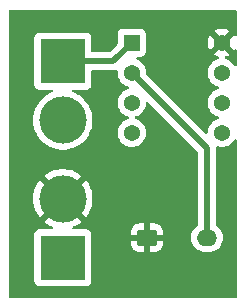
<source format=gbr>
%TF.GenerationSoftware,KiCad,Pcbnew,(6.0.6)*%
%TF.CreationDate,2022-07-17T10:27:07+05:30*%
%TF.ProjectId,transimpedanceAmplifier,7472616e-7369-46d7-9065-64616e636541,rev?*%
%TF.SameCoordinates,Original*%
%TF.FileFunction,Copper,L2,Bot*%
%TF.FilePolarity,Positive*%
%FSLAX46Y46*%
G04 Gerber Fmt 4.6, Leading zero omitted, Abs format (unit mm)*
G04 Created by KiCad (PCBNEW (6.0.6)) date 2022-07-17 10:27:07*
%MOMM*%
%LPD*%
G01*
G04 APERTURE LIST*
G04 Aperture macros list*
%AMRoundRect*
0 Rectangle with rounded corners*
0 $1 Rounding radius*
0 $2 $3 $4 $5 $6 $7 $8 $9 X,Y pos of 4 corners*
0 Add a 4 corners polygon primitive as box body*
4,1,4,$2,$3,$4,$5,$6,$7,$8,$9,$2,$3,0*
0 Add four circle primitives for the rounded corners*
1,1,$1+$1,$2,$3*
1,1,$1+$1,$4,$5*
1,1,$1+$1,$6,$7*
1,1,$1+$1,$8,$9*
0 Add four rect primitives between the rounded corners*
20,1,$1+$1,$2,$3,$4,$5,0*
20,1,$1+$1,$4,$5,$6,$7,0*
20,1,$1+$1,$6,$7,$8,$9,0*
20,1,$1+$1,$8,$9,$2,$3,0*%
G04 Aperture macros list end*
%TA.AperFunction,ComponentPad*%
%ADD10R,1.371600X1.371600*%
%TD*%
%TA.AperFunction,ComponentPad*%
%ADD11C,1.371600*%
%TD*%
%TA.AperFunction,ComponentPad*%
%ADD12R,3.800000X3.800000*%
%TD*%
%TA.AperFunction,ComponentPad*%
%ADD13C,4.000000*%
%TD*%
%TA.AperFunction,ComponentPad*%
%ADD14RoundRect,0.249200X-0.600800X-0.450800X0.600800X-0.450800X0.600800X0.450800X-0.600800X0.450800X0*%
%TD*%
%TA.AperFunction,ComponentPad*%
%ADD15O,1.700000X1.400000*%
%TD*%
%TA.AperFunction,ViaPad*%
%ADD16C,0.800000*%
%TD*%
%TA.AperFunction,Conductor*%
%ADD17C,0.500000*%
%TD*%
G04 APERTURE END LIST*
D10*
%TO.P,U1,1,1OUT*%
%TO.N,OUT*%
X192532000Y-86360000D03*
D11*
%TO.P,U1,2,1IN-*%
%TO.N,IN-*%
X192532000Y-88900000D03*
%TO.P,U1,3,1IN+*%
%TO.N,GND*%
X192532000Y-91440000D03*
%TO.P,U1,4,VCC-*%
X192532000Y-93980000D03*
%TO.P,U1,5,2IN+*%
%TO.N,unconnected-(U1-Pad5)*%
X200152000Y-93980000D03*
%TO.P,U1,6,2IN-*%
%TO.N,unconnected-(U1-Pad6)*%
X200152000Y-91440000D03*
%TO.P,U1,7,2OUT*%
%TO.N,unconnected-(U1-Pad7)*%
X200152000Y-88900000D03*
%TO.P,U1,8,VCC+*%
%TO.N,VCC*%
X200152000Y-86360000D03*
%TD*%
D12*
%TO.P,J2,1,Pin_1*%
%TO.N,OUT*%
X186690000Y-87924000D03*
D13*
%TO.P,J2,2,Pin_2*%
%TO.N,GND*%
X186690000Y-92924000D03*
%TD*%
D14*
%TO.P,D1,1,K*%
%TO.N,VCC*%
X193802000Y-102870000D03*
D15*
%TO.P,D1,2,A*%
%TO.N,IN-*%
X198882000Y-102870000D03*
%TD*%
D12*
%TO.P,J1,1,Pin_1*%
%TO.N,GND*%
X186690000Y-104568000D03*
D13*
%TO.P,J1,2,Pin_2*%
%TO.N,VCC*%
X186690000Y-99568000D03*
%TD*%
D16*
%TO.N,VCC*%
X191262000Y-97028000D03*
%TD*%
D17*
%TO.N,IN-*%
X192532000Y-88900000D02*
X198882000Y-95250000D01*
X198882000Y-95250000D02*
X198882000Y-102870000D01*
%TO.N,OUT*%
X190968000Y-87924000D02*
X192532000Y-86360000D01*
X186690000Y-87924000D02*
X190968000Y-87924000D01*
%TD*%
%TA.AperFunction,Conductor*%
%TO.N,VCC*%
G36*
X201363621Y-83586502D02*
G01*
X201410114Y-83640158D01*
X201421500Y-83692500D01*
X201421500Y-85694573D01*
X201401498Y-85762694D01*
X201347842Y-85809187D01*
X201277568Y-85819291D01*
X201212988Y-85789797D01*
X201182495Y-85750302D01*
X201176801Y-85738757D01*
X201170786Y-85728941D01*
X201169434Y-85727130D01*
X201158176Y-85718681D01*
X201145757Y-85725453D01*
X200524022Y-86347188D01*
X200516408Y-86361132D01*
X200516539Y-86362965D01*
X200520790Y-86369580D01*
X201145274Y-86994064D01*
X201157654Y-87000824D01*
X201164235Y-86995898D01*
X201185566Y-86957808D01*
X201236303Y-86908146D01*
X201305834Y-86893799D01*
X201372085Y-86919320D01*
X201414020Y-86976608D01*
X201421500Y-87019374D01*
X201421500Y-88233445D01*
X201401498Y-88301566D01*
X201347842Y-88348059D01*
X201277568Y-88358163D01*
X201212988Y-88328669D01*
X201182495Y-88289175D01*
X201174670Y-88273307D01*
X201043340Y-88097434D01*
X200882158Y-87948439D01*
X200696523Y-87831313D01*
X200492653Y-87749976D01*
X200486994Y-87748850D01*
X200486922Y-87748829D01*
X200427287Y-87710304D01*
X200397947Y-87645654D01*
X200408218Y-87575404D01*
X200454838Y-87521859D01*
X200482205Y-87508705D01*
X200634174Y-87457118D01*
X200644681Y-87452440D01*
X200783069Y-87374938D01*
X200792934Y-87364860D01*
X200789978Y-87357188D01*
X200164812Y-86732022D01*
X200150868Y-86724408D01*
X200149035Y-86724539D01*
X200142420Y-86728790D01*
X199519400Y-87351810D01*
X199513204Y-87363156D01*
X199523086Y-87375645D01*
X199575124Y-87410416D01*
X199585234Y-87415906D01*
X199776208Y-87497955D01*
X199787153Y-87501511D01*
X199809131Y-87506484D01*
X199871158Y-87541027D01*
X199904663Y-87603620D01*
X199899009Y-87674391D01*
X199855990Y-87730870D01*
X199824935Y-87747589D01*
X199690108Y-87797330D01*
X199635638Y-87817425D01*
X199630677Y-87820377D01*
X199630676Y-87820377D01*
X199451969Y-87926696D01*
X199451966Y-87926698D01*
X199447001Y-87929652D01*
X199281974Y-88074377D01*
X199146085Y-88246751D01*
X199143394Y-88251867D01*
X199143392Y-88251869D01*
X199132113Y-88273307D01*
X199043884Y-88441003D01*
X198978794Y-88650627D01*
X198952995Y-88868603D01*
X198967351Y-89087630D01*
X199021381Y-89300373D01*
X199113275Y-89499708D01*
X199116606Y-89504421D01*
X199116607Y-89504423D01*
X199169566Y-89579357D01*
X199239957Y-89678958D01*
X199397183Y-89832121D01*
X199401979Y-89835326D01*
X199401982Y-89835328D01*
X199475991Y-89884779D01*
X199579688Y-89954067D01*
X199584991Y-89956345D01*
X199584994Y-89956347D01*
X199676640Y-89995721D01*
X199781360Y-90040712D01*
X199808274Y-90046802D01*
X199870300Y-90081346D01*
X199903804Y-90143940D01*
X199898148Y-90214711D01*
X199855129Y-90271190D01*
X199824078Y-90287906D01*
X199635638Y-90357425D01*
X199630677Y-90360377D01*
X199630676Y-90360377D01*
X199451969Y-90466696D01*
X199451966Y-90466698D01*
X199447001Y-90469652D01*
X199281974Y-90614377D01*
X199146085Y-90786751D01*
X199143394Y-90791867D01*
X199143392Y-90791869D01*
X199132113Y-90813307D01*
X199043884Y-90981003D01*
X198978794Y-91190627D01*
X198952995Y-91408603D01*
X198967351Y-91627630D01*
X199021381Y-91840373D01*
X199113275Y-92039708D01*
X199116606Y-92044421D01*
X199116607Y-92044423D01*
X199169566Y-92119357D01*
X199239957Y-92218958D01*
X199397183Y-92372121D01*
X199401979Y-92375326D01*
X199401982Y-92375328D01*
X199475991Y-92424779D01*
X199579688Y-92494067D01*
X199584991Y-92496345D01*
X199584994Y-92496347D01*
X199676640Y-92535721D01*
X199781360Y-92580712D01*
X199808274Y-92586802D01*
X199870300Y-92621346D01*
X199903804Y-92683940D01*
X199898148Y-92754711D01*
X199855129Y-92811190D01*
X199824078Y-92827906D01*
X199635638Y-92897425D01*
X199630677Y-92900377D01*
X199630676Y-92900377D01*
X199451969Y-93006696D01*
X199451966Y-93006698D01*
X199447001Y-93009652D01*
X199281974Y-93154377D01*
X199146085Y-93326751D01*
X199143394Y-93331867D01*
X199143392Y-93331869D01*
X199132113Y-93353307D01*
X199043884Y-93521003D01*
X198978794Y-93730627D01*
X198952995Y-93948603D01*
X198953055Y-93949513D01*
X198931760Y-94015584D01*
X198876905Y-94060656D01*
X198806391Y-94068916D01*
X198738487Y-94033806D01*
X193766101Y-89061420D01*
X193732075Y-88999108D01*
X193729740Y-88962996D01*
X193729772Y-88962773D01*
X193731416Y-88900000D01*
X193711332Y-88681424D01*
X193701090Y-88645110D01*
X193653319Y-88475727D01*
X193653318Y-88475725D01*
X193651751Y-88470168D01*
X193637369Y-88441003D01*
X193557225Y-88278488D01*
X193554670Y-88273307D01*
X193423340Y-88097434D01*
X193262158Y-87948439D01*
X193076523Y-87831313D01*
X192991345Y-87797330D01*
X192935486Y-87753509D01*
X192912186Y-87686445D01*
X192928842Y-87617429D01*
X192980167Y-87568375D01*
X193038036Y-87554300D01*
X193265934Y-87554300D01*
X193328116Y-87547545D01*
X193464505Y-87496415D01*
X193581061Y-87409061D01*
X193668415Y-87292505D01*
X193719545Y-87156116D01*
X193726300Y-87093934D01*
X193726300Y-86334382D01*
X198953875Y-86334382D01*
X198967469Y-86541783D01*
X198969270Y-86553153D01*
X199020432Y-86754606D01*
X199024273Y-86765453D01*
X199111293Y-86954215D01*
X199117042Y-86964172D01*
X199136225Y-86991315D01*
X199146814Y-86999703D01*
X199160115Y-86992675D01*
X199779978Y-86372812D01*
X199787592Y-86358868D01*
X199787461Y-86357035D01*
X199783210Y-86350420D01*
X199157011Y-85724221D01*
X199144631Y-85717461D01*
X199138665Y-85721927D01*
X199047037Y-85896085D01*
X199042636Y-85906709D01*
X198980998Y-86105215D01*
X198978606Y-86116469D01*
X198954176Y-86322881D01*
X198953875Y-86334382D01*
X193726300Y-86334382D01*
X193726300Y-85626066D01*
X193719545Y-85563884D01*
X193668415Y-85427495D01*
X193614889Y-85356075D01*
X199512187Y-85356075D01*
X199515673Y-85364463D01*
X200139188Y-85987978D01*
X200153132Y-85995592D01*
X200154965Y-85995461D01*
X200161580Y-85991210D01*
X200784489Y-85368301D01*
X200791249Y-85355921D01*
X200785219Y-85347866D01*
X200701180Y-85294841D01*
X200690932Y-85289620D01*
X200497879Y-85212600D01*
X200486843Y-85209331D01*
X200282987Y-85168781D01*
X200271542Y-85167578D01*
X200063716Y-85164858D01*
X200052236Y-85165761D01*
X199847395Y-85200959D01*
X199836275Y-85203939D01*
X199641270Y-85275880D01*
X199630892Y-85280830D01*
X199521785Y-85345742D01*
X199512187Y-85356075D01*
X193614889Y-85356075D01*
X193581061Y-85310939D01*
X193464505Y-85223585D01*
X193328116Y-85172455D01*
X193265934Y-85165700D01*
X191798066Y-85165700D01*
X191735884Y-85172455D01*
X191599495Y-85223585D01*
X191482939Y-85310939D01*
X191395585Y-85427495D01*
X191344455Y-85563884D01*
X191337700Y-85626066D01*
X191337700Y-86429429D01*
X191317698Y-86497550D01*
X191300795Y-86518524D01*
X190690724Y-87128595D01*
X190628412Y-87162621D01*
X190601629Y-87165500D01*
X189224500Y-87165500D01*
X189156379Y-87145498D01*
X189109886Y-87091842D01*
X189098500Y-87039500D01*
X189098500Y-85975866D01*
X189091745Y-85913684D01*
X189040615Y-85777295D01*
X188953261Y-85660739D01*
X188836705Y-85573385D01*
X188700316Y-85522255D01*
X188638134Y-85515500D01*
X184741866Y-85515500D01*
X184679684Y-85522255D01*
X184543295Y-85573385D01*
X184426739Y-85660739D01*
X184339385Y-85777295D01*
X184288255Y-85913684D01*
X184281500Y-85975866D01*
X184281500Y-89872134D01*
X184288255Y-89934316D01*
X184339385Y-90070705D01*
X184426739Y-90187261D01*
X184543295Y-90274615D01*
X184679684Y-90325745D01*
X184741866Y-90332500D01*
X185760594Y-90332500D01*
X185828715Y-90352502D01*
X185875208Y-90406158D01*
X185885312Y-90476432D01*
X185855818Y-90541012D01*
X185806978Y-90575652D01*
X185623495Y-90648298D01*
X185623490Y-90648300D01*
X185619821Y-90649753D01*
X185616353Y-90651659D01*
X185616352Y-90651660D01*
X185378879Y-90782213D01*
X185343221Y-90801816D01*
X185087860Y-90987346D01*
X184857767Y-91203418D01*
X184656568Y-91446625D01*
X184487438Y-91713131D01*
X184485754Y-91716710D01*
X184485750Y-91716717D01*
X184354733Y-91995144D01*
X184353044Y-91998734D01*
X184255505Y-92298928D01*
X184196359Y-92608980D01*
X184176540Y-92924000D01*
X184196359Y-93239020D01*
X184255505Y-93549072D01*
X184353044Y-93849266D01*
X184354731Y-93852852D01*
X184354733Y-93852856D01*
X184485750Y-94131283D01*
X184485754Y-94131290D01*
X184487438Y-94134869D01*
X184656568Y-94401375D01*
X184857767Y-94644582D01*
X185087860Y-94860654D01*
X185343221Y-95046184D01*
X185346690Y-95048091D01*
X185346693Y-95048093D01*
X185616352Y-95196340D01*
X185619821Y-95198247D01*
X185623490Y-95199700D01*
X185623495Y-95199702D01*
X185909628Y-95312990D01*
X185913298Y-95314443D01*
X186219025Y-95392940D01*
X186532179Y-95432500D01*
X186847821Y-95432500D01*
X187160975Y-95392940D01*
X187466702Y-95314443D01*
X187470372Y-95312990D01*
X187756505Y-95199702D01*
X187756510Y-95199700D01*
X187760179Y-95198247D01*
X187763648Y-95196340D01*
X188033307Y-95048093D01*
X188033310Y-95048091D01*
X188036779Y-95046184D01*
X188292140Y-94860654D01*
X188522233Y-94644582D01*
X188723432Y-94401375D01*
X188892562Y-94134869D01*
X188894246Y-94131290D01*
X188894250Y-94131283D01*
X189025267Y-93852856D01*
X189025269Y-93852852D01*
X189026956Y-93849266D01*
X189124495Y-93549072D01*
X189183641Y-93239020D01*
X189203460Y-92924000D01*
X189183641Y-92608980D01*
X189124495Y-92298928D01*
X189026956Y-91998734D01*
X189025267Y-91995144D01*
X188894250Y-91716717D01*
X188894246Y-91716710D01*
X188892562Y-91713131D01*
X188723432Y-91446625D01*
X188522233Y-91203418D01*
X188292140Y-90987346D01*
X188036779Y-90801816D01*
X188001122Y-90782213D01*
X187763648Y-90651660D01*
X187763647Y-90651659D01*
X187760179Y-90649753D01*
X187756510Y-90648300D01*
X187756505Y-90648298D01*
X187573022Y-90575652D01*
X187517048Y-90531977D01*
X187493572Y-90464974D01*
X187510048Y-90395916D01*
X187561244Y-90346727D01*
X187619406Y-90332500D01*
X188638134Y-90332500D01*
X188700316Y-90325745D01*
X188836705Y-90274615D01*
X188953261Y-90187261D01*
X189040615Y-90070705D01*
X189091745Y-89934316D01*
X189098500Y-89872134D01*
X189098500Y-88808500D01*
X189118502Y-88740379D01*
X189172158Y-88693886D01*
X189224500Y-88682500D01*
X190900930Y-88682500D01*
X190919880Y-88683933D01*
X190934115Y-88686099D01*
X190934119Y-88686099D01*
X190941349Y-88687199D01*
X190948641Y-88686606D01*
X190948644Y-88686606D01*
X190994018Y-88682915D01*
X191004233Y-88682500D01*
X191012293Y-88682500D01*
X191025583Y-88680951D01*
X191040507Y-88679211D01*
X191044882Y-88678778D01*
X191110339Y-88673454D01*
X191110342Y-88673453D01*
X191117637Y-88672860D01*
X191124601Y-88670604D01*
X191130560Y-88669413D01*
X191136416Y-88668029D01*
X191143681Y-88667182D01*
X191150552Y-88664688D01*
X191150560Y-88664686D01*
X191174260Y-88656083D01*
X191245117Y-88651642D01*
X191307127Y-88686215D01*
X191340602Y-88748825D01*
X191342377Y-88789331D01*
X191333674Y-88862866D01*
X191332995Y-88868603D01*
X191347351Y-89087630D01*
X191401381Y-89300373D01*
X191493275Y-89499708D01*
X191496606Y-89504421D01*
X191496607Y-89504423D01*
X191549566Y-89579357D01*
X191619957Y-89678958D01*
X191777183Y-89832121D01*
X191781979Y-89835326D01*
X191781982Y-89835328D01*
X191855991Y-89884779D01*
X191959688Y-89954067D01*
X191964991Y-89956345D01*
X191964994Y-89956347D01*
X192056640Y-89995721D01*
X192161360Y-90040712D01*
X192188274Y-90046802D01*
X192250300Y-90081346D01*
X192283804Y-90143940D01*
X192278148Y-90214711D01*
X192235129Y-90271190D01*
X192204078Y-90287906D01*
X192015638Y-90357425D01*
X192010677Y-90360377D01*
X192010676Y-90360377D01*
X191831969Y-90466696D01*
X191831966Y-90466698D01*
X191827001Y-90469652D01*
X191661974Y-90614377D01*
X191526085Y-90786751D01*
X191523394Y-90791867D01*
X191523392Y-90791869D01*
X191512113Y-90813307D01*
X191423884Y-90981003D01*
X191358794Y-91190627D01*
X191332995Y-91408603D01*
X191347351Y-91627630D01*
X191401381Y-91840373D01*
X191493275Y-92039708D01*
X191496606Y-92044421D01*
X191496607Y-92044423D01*
X191549566Y-92119357D01*
X191619957Y-92218958D01*
X191777183Y-92372121D01*
X191781979Y-92375326D01*
X191781982Y-92375328D01*
X191855991Y-92424779D01*
X191959688Y-92494067D01*
X191964991Y-92496345D01*
X191964994Y-92496347D01*
X192056640Y-92535721D01*
X192161360Y-92580712D01*
X192188274Y-92586802D01*
X192250300Y-92621346D01*
X192283804Y-92683940D01*
X192278148Y-92754711D01*
X192235129Y-92811190D01*
X192204078Y-92827906D01*
X192015638Y-92897425D01*
X192010677Y-92900377D01*
X192010676Y-92900377D01*
X191831969Y-93006696D01*
X191831966Y-93006698D01*
X191827001Y-93009652D01*
X191661974Y-93154377D01*
X191526085Y-93326751D01*
X191523394Y-93331867D01*
X191523392Y-93331869D01*
X191512113Y-93353307D01*
X191423884Y-93521003D01*
X191358794Y-93730627D01*
X191332995Y-93948603D01*
X191347351Y-94167630D01*
X191401381Y-94380373D01*
X191493275Y-94579708D01*
X191496606Y-94584421D01*
X191496607Y-94584423D01*
X191549566Y-94659357D01*
X191619957Y-94758958D01*
X191777183Y-94912121D01*
X191781979Y-94915326D01*
X191781982Y-94915328D01*
X191855991Y-94964779D01*
X191959688Y-95034067D01*
X191964991Y-95036345D01*
X191964994Y-95036347D01*
X192053377Y-95074319D01*
X192161360Y-95120712D01*
X192375445Y-95169155D01*
X192381216Y-95169382D01*
X192381218Y-95169382D01*
X192454634Y-95172266D01*
X192594773Y-95177772D01*
X192686442Y-95164481D01*
X192806284Y-95147105D01*
X192806289Y-95147104D01*
X192811998Y-95146276D01*
X192817462Y-95144421D01*
X192817467Y-95144420D01*
X193014378Y-95077577D01*
X193019846Y-95075721D01*
X193211357Y-94968470D01*
X193380115Y-94828115D01*
X193520470Y-94659357D01*
X193627721Y-94467846D01*
X193659315Y-94374773D01*
X193696420Y-94265467D01*
X193696421Y-94265462D01*
X193698276Y-94259998D01*
X193699104Y-94254289D01*
X193699105Y-94254284D01*
X193729239Y-94046447D01*
X193729772Y-94042773D01*
X193731416Y-93980000D01*
X193711332Y-93761424D01*
X193651751Y-93550168D01*
X193637369Y-93521003D01*
X193557225Y-93358488D01*
X193554670Y-93353307D01*
X193423340Y-93177434D01*
X193262158Y-93028439D01*
X193076523Y-92911313D01*
X192872653Y-92829976D01*
X192867586Y-92828968D01*
X192808118Y-92790551D01*
X192778777Y-92725901D01*
X192789048Y-92655651D01*
X192835667Y-92602105D01*
X192863036Y-92588951D01*
X193014378Y-92537577D01*
X193019846Y-92535721D01*
X193211357Y-92428470D01*
X193380115Y-92288115D01*
X193520470Y-92119357D01*
X193627721Y-91927846D01*
X193698276Y-91719998D01*
X193699104Y-91714289D01*
X193699105Y-91714284D01*
X193729239Y-91506447D01*
X193729772Y-91502773D01*
X193730575Y-91472104D01*
X193752353Y-91404531D01*
X193807208Y-91359459D01*
X193877722Y-91351198D01*
X193945627Y-91386308D01*
X198086595Y-95527276D01*
X198120621Y-95589588D01*
X198123500Y-95616371D01*
X198123500Y-101754388D01*
X198103498Y-101822509D01*
X198071026Y-101856711D01*
X197939149Y-101951474D01*
X197789023Y-102106392D01*
X197668703Y-102285447D01*
X197666444Y-102290593D01*
X197666443Y-102290595D01*
X197633502Y-102365638D01*
X197581992Y-102482980D01*
X197531632Y-102692745D01*
X197519214Y-102908113D01*
X197545130Y-103122277D01*
X197546777Y-103127631D01*
X197546778Y-103127635D01*
X197547464Y-103129865D01*
X197608563Y-103328466D01*
X197611134Y-103333447D01*
X197681532Y-103469841D01*
X197707505Y-103520164D01*
X197710920Y-103524614D01*
X197835415Y-103686860D01*
X197835419Y-103686864D01*
X197838831Y-103691311D01*
X197842980Y-103695086D01*
X197994242Y-103832724D01*
X197994245Y-103832726D01*
X197998389Y-103836497D01*
X198003141Y-103839478D01*
X198176379Y-103948151D01*
X198176383Y-103948153D01*
X198181135Y-103951134D01*
X198381293Y-104031597D01*
X198592537Y-104075344D01*
X198597148Y-104075610D01*
X198597149Y-104075610D01*
X198645452Y-104078395D01*
X198645456Y-104078395D01*
X198647275Y-104078500D01*
X199086735Y-104078500D01*
X199089522Y-104078251D01*
X199089528Y-104078251D01*
X199158053Y-104072135D01*
X199246872Y-104064208D01*
X199373740Y-104029501D01*
X199449536Y-104008766D01*
X199449540Y-104008765D01*
X199454952Y-104007284D01*
X199649663Y-103914411D01*
X199824851Y-103788526D01*
X199974977Y-103633608D01*
X200095297Y-103454553D01*
X200182008Y-103257020D01*
X200232368Y-103047255D01*
X200244786Y-102831887D01*
X200218870Y-102617723D01*
X200216964Y-102611525D01*
X200157085Y-102416891D01*
X200155437Y-102411534D01*
X200083131Y-102271443D01*
X200059066Y-102224817D01*
X200059065Y-102224816D01*
X200056495Y-102219836D01*
X199994849Y-102139498D01*
X199928585Y-102053140D01*
X199928581Y-102053136D01*
X199925169Y-102048689D01*
X199817797Y-101950988D01*
X199769758Y-101907276D01*
X199769755Y-101907274D01*
X199765611Y-101903503D01*
X199699542Y-101862058D01*
X199652466Y-101808916D01*
X199640500Y-101755322D01*
X199640500Y-95317069D01*
X199641933Y-95298118D01*
X199644099Y-95283883D01*
X199644099Y-95283881D01*
X199645199Y-95276651D01*
X199643630Y-95257364D01*
X199658043Y-95187847D01*
X199707752Y-95137157D01*
X199776975Y-95121388D01*
X199797020Y-95124256D01*
X199995445Y-95169155D01*
X200001216Y-95169382D01*
X200001218Y-95169382D01*
X200074634Y-95172266D01*
X200214773Y-95177772D01*
X200306442Y-95164481D01*
X200426284Y-95147105D01*
X200426289Y-95147104D01*
X200431998Y-95146276D01*
X200437462Y-95144421D01*
X200437467Y-95144420D01*
X200634378Y-95077577D01*
X200639846Y-95075721D01*
X200831357Y-94968470D01*
X201000115Y-94828115D01*
X201140470Y-94659357D01*
X201182435Y-94584423D01*
X201185565Y-94578834D01*
X201236302Y-94529172D01*
X201305834Y-94514825D01*
X201372085Y-94540346D01*
X201414020Y-94597634D01*
X201421500Y-94640400D01*
X201421500Y-107823500D01*
X201401498Y-107891621D01*
X201347842Y-107938114D01*
X201295500Y-107949500D01*
X182244500Y-107949500D01*
X182176379Y-107929498D01*
X182129886Y-107875842D01*
X182118500Y-107823500D01*
X182118500Y-106516134D01*
X184281500Y-106516134D01*
X184288255Y-106578316D01*
X184339385Y-106714705D01*
X184426739Y-106831261D01*
X184543295Y-106918615D01*
X184679684Y-106969745D01*
X184741866Y-106976500D01*
X188638134Y-106976500D01*
X188700316Y-106969745D01*
X188836705Y-106918615D01*
X188953261Y-106831261D01*
X189040615Y-106714705D01*
X189091745Y-106578316D01*
X189098500Y-106516134D01*
X189098500Y-103367846D01*
X192444000Y-103367846D01*
X192444337Y-103374362D01*
X192454244Y-103469841D01*
X192457137Y-103483238D01*
X192508517Y-103637243D01*
X192514691Y-103650422D01*
X192599893Y-103788107D01*
X192608929Y-103799508D01*
X192723528Y-103913907D01*
X192734939Y-103922919D01*
X192872785Y-104007888D01*
X192885963Y-104014032D01*
X193040077Y-104065150D01*
X193053443Y-104068016D01*
X193147690Y-104077672D01*
X193154105Y-104078000D01*
X193529885Y-104078000D01*
X193545124Y-104073525D01*
X193546329Y-104072135D01*
X193548000Y-104064452D01*
X193548000Y-104059885D01*
X194056000Y-104059885D01*
X194060475Y-104075124D01*
X194061865Y-104076329D01*
X194069548Y-104078000D01*
X194449846Y-104078000D01*
X194456362Y-104077663D01*
X194551841Y-104067756D01*
X194565238Y-104064863D01*
X194719243Y-104013483D01*
X194732422Y-104007309D01*
X194870107Y-103922107D01*
X194881508Y-103913071D01*
X194995907Y-103798472D01*
X195004919Y-103787061D01*
X195089888Y-103649215D01*
X195096032Y-103636037D01*
X195147150Y-103481923D01*
X195150016Y-103468557D01*
X195159672Y-103374310D01*
X195160000Y-103367895D01*
X195160000Y-103142115D01*
X195155525Y-103126876D01*
X195154135Y-103125671D01*
X195146452Y-103124000D01*
X194074115Y-103124000D01*
X194058876Y-103128475D01*
X194057671Y-103129865D01*
X194056000Y-103137548D01*
X194056000Y-104059885D01*
X193548000Y-104059885D01*
X193548000Y-103142115D01*
X193543525Y-103126876D01*
X193542135Y-103125671D01*
X193534452Y-103124000D01*
X192462115Y-103124000D01*
X192446876Y-103128475D01*
X192445671Y-103129865D01*
X192444000Y-103137548D01*
X192444000Y-103367846D01*
X189098500Y-103367846D01*
X189098500Y-102619866D01*
X189096112Y-102597885D01*
X192444000Y-102597885D01*
X192448475Y-102613124D01*
X192449865Y-102614329D01*
X192457548Y-102616000D01*
X193529885Y-102616000D01*
X193545124Y-102611525D01*
X193546329Y-102610135D01*
X193548000Y-102602452D01*
X193548000Y-102597885D01*
X194056000Y-102597885D01*
X194060475Y-102613124D01*
X194061865Y-102614329D01*
X194069548Y-102616000D01*
X195141885Y-102616000D01*
X195157124Y-102611525D01*
X195158329Y-102610135D01*
X195160000Y-102602452D01*
X195160000Y-102372154D01*
X195159663Y-102365638D01*
X195149756Y-102270159D01*
X195146863Y-102256762D01*
X195095483Y-102102757D01*
X195089309Y-102089578D01*
X195004107Y-101951893D01*
X194995071Y-101940492D01*
X194880472Y-101826093D01*
X194869061Y-101817081D01*
X194731215Y-101732112D01*
X194718037Y-101725968D01*
X194563923Y-101674850D01*
X194550557Y-101671984D01*
X194456310Y-101662328D01*
X194449895Y-101662000D01*
X194074115Y-101662000D01*
X194058876Y-101666475D01*
X194057671Y-101667865D01*
X194056000Y-101675548D01*
X194056000Y-102597885D01*
X193548000Y-102597885D01*
X193548000Y-101680115D01*
X193543525Y-101664876D01*
X193542135Y-101663671D01*
X193534452Y-101662000D01*
X193154154Y-101662000D01*
X193147638Y-101662337D01*
X193052159Y-101672244D01*
X193038762Y-101675137D01*
X192884757Y-101726517D01*
X192871578Y-101732691D01*
X192733893Y-101817893D01*
X192722492Y-101826929D01*
X192608093Y-101941528D01*
X192599081Y-101952939D01*
X192514112Y-102090785D01*
X192507968Y-102103963D01*
X192456850Y-102258077D01*
X192453984Y-102271443D01*
X192444328Y-102365690D01*
X192444000Y-102372105D01*
X192444000Y-102597885D01*
X189096112Y-102597885D01*
X189091745Y-102557684D01*
X189040615Y-102421295D01*
X188953261Y-102304739D01*
X188836705Y-102217385D01*
X188700316Y-102166255D01*
X188638134Y-102159500D01*
X187618046Y-102159500D01*
X187549925Y-102139498D01*
X187503432Y-102085842D01*
X187493328Y-102015568D01*
X187522822Y-101950988D01*
X187571662Y-101916348D01*
X187756293Y-101843247D01*
X187763428Y-101839890D01*
X188033039Y-101691670D01*
X188039719Y-101687430D01*
X188262823Y-101525336D01*
X188271246Y-101514413D01*
X188264342Y-101501552D01*
X186702812Y-99940022D01*
X186688868Y-99932408D01*
X186687035Y-99932539D01*
X186680420Y-99936790D01*
X185115334Y-101501876D01*
X185108721Y-101513987D01*
X185117548Y-101525605D01*
X185340281Y-101687430D01*
X185346961Y-101691670D01*
X185616572Y-101839890D01*
X185623707Y-101843247D01*
X185808338Y-101916348D01*
X185864312Y-101960023D01*
X185887788Y-102027026D01*
X185871312Y-102096084D01*
X185820117Y-102145273D01*
X185761954Y-102159500D01*
X184741866Y-102159500D01*
X184679684Y-102166255D01*
X184543295Y-102217385D01*
X184426739Y-102304739D01*
X184339385Y-102421295D01*
X184288255Y-102557684D01*
X184281500Y-102619866D01*
X184281500Y-106516134D01*
X182118500Y-106516134D01*
X182118500Y-99571958D01*
X184177290Y-99571958D01*
X184196607Y-99878994D01*
X184197600Y-99886855D01*
X184255246Y-100189046D01*
X184257217Y-100196723D01*
X184352284Y-100489309D01*
X184355199Y-100496672D01*
X184486189Y-100775041D01*
X184490001Y-100781974D01*
X184654851Y-101041736D01*
X184659495Y-101048129D01*
X184734497Y-101138790D01*
X184747014Y-101147245D01*
X184757752Y-101141038D01*
X186317978Y-99580812D01*
X186324356Y-99569132D01*
X187054408Y-99569132D01*
X187054539Y-99570965D01*
X187058790Y-99577580D01*
X188621145Y-101139935D01*
X188634407Y-101147177D01*
X188644512Y-101139988D01*
X188720505Y-101048129D01*
X188725149Y-101041736D01*
X188889999Y-100781974D01*
X188893811Y-100775041D01*
X189024801Y-100496672D01*
X189027716Y-100489309D01*
X189122783Y-100196723D01*
X189124754Y-100189046D01*
X189182400Y-99886855D01*
X189183393Y-99878994D01*
X189202710Y-99571958D01*
X189202710Y-99564042D01*
X189183393Y-99257006D01*
X189182400Y-99249145D01*
X189124754Y-98946954D01*
X189122783Y-98939277D01*
X189027716Y-98646691D01*
X189024801Y-98639328D01*
X188893811Y-98360959D01*
X188889999Y-98354026D01*
X188725149Y-98094264D01*
X188720505Y-98087871D01*
X188645503Y-97997210D01*
X188632986Y-97988755D01*
X188622248Y-97994962D01*
X187062022Y-99555188D01*
X187054408Y-99569132D01*
X186324356Y-99569132D01*
X186325592Y-99566868D01*
X186325461Y-99565035D01*
X186321210Y-99558420D01*
X184758855Y-97996065D01*
X184745593Y-97988823D01*
X184735488Y-97996012D01*
X184659495Y-98087871D01*
X184654851Y-98094264D01*
X184490001Y-98354026D01*
X184486189Y-98360959D01*
X184355199Y-98639328D01*
X184352284Y-98646691D01*
X184257217Y-98939277D01*
X184255246Y-98946954D01*
X184197600Y-99249145D01*
X184196607Y-99257006D01*
X184177290Y-99564042D01*
X184177290Y-99571958D01*
X182118500Y-99571958D01*
X182118500Y-97621587D01*
X185108754Y-97621587D01*
X185115658Y-97634448D01*
X186677188Y-99195978D01*
X186691132Y-99203592D01*
X186692965Y-99203461D01*
X186699580Y-99199210D01*
X188264666Y-97634124D01*
X188271279Y-97622013D01*
X188262452Y-97610395D01*
X188039719Y-97448570D01*
X188033039Y-97444330D01*
X187763428Y-97296110D01*
X187756293Y-97292753D01*
X187470230Y-97179492D01*
X187462704Y-97177047D01*
X187164721Y-97100538D01*
X187156950Y-97099055D01*
X186851722Y-97060497D01*
X186843831Y-97060000D01*
X186536169Y-97060000D01*
X186528278Y-97060497D01*
X186223050Y-97099055D01*
X186215279Y-97100538D01*
X185917296Y-97177047D01*
X185909770Y-97179492D01*
X185623707Y-97292753D01*
X185616572Y-97296110D01*
X185346961Y-97444330D01*
X185340281Y-97448570D01*
X185117177Y-97610664D01*
X185108754Y-97621587D01*
X182118500Y-97621587D01*
X182118500Y-83692500D01*
X182138502Y-83624379D01*
X182192158Y-83577886D01*
X182244500Y-83566500D01*
X201295500Y-83566500D01*
X201363621Y-83586502D01*
G37*
%TD.AperFunction*%
%TD*%
M02*

</source>
